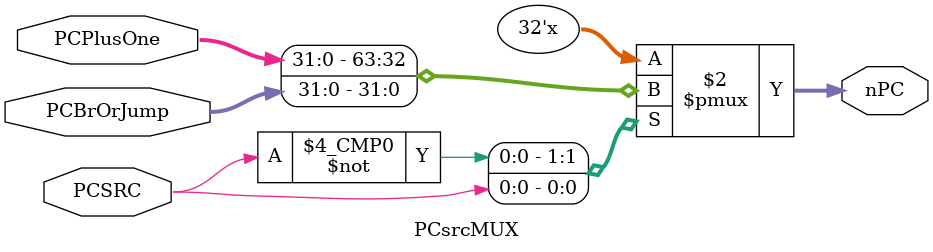
<source format=v>
`timescale 1ns / 1ps
module PCsrcMUX(nPC,PCPlusOne,PCBrOrJump,PCSRC);
output 	reg [31:0]	nPC;
input 	[31:0]	PCPlusOne, PCBrOrJump;
input 				PCSRC;

always @ (PCSRC or PCPlusOne or PCBrOrJump)
begin
case (PCSRC)
	'b0:  nPC = PCPlusOne;
	'b1:  nPC = PCBrOrJump;
endcase
end
endmodule

</source>
